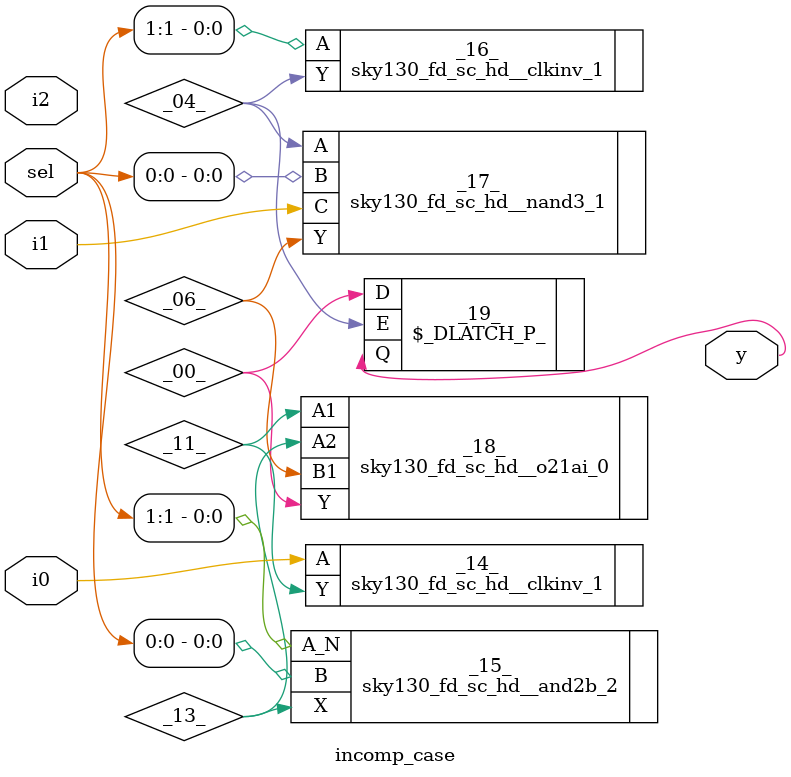
<source format=v>
/* Generated by Yosys 0.7 (git sha1 61f6811, gcc 6.2.0-11ubuntu1 -O2 -fdebug-prefix-map=/build/yosys-OIL3SR/yosys-0.7=. -fstack-protector-strong -fPIC -Os) */

module incomp_case(i0, i1, i2, sel, y);
  wire _00_;
  wire _01_;
  wire _02_;
  wire _03_;
  wire _04_;
  wire _05_;
  wire _06_;
  wire _07_;
  wire _08_;
  wire _09_;
  wire _10_;
  wire _11_;
  wire _12_;
  wire _13_;
  input i0;
  input i1;
  input i2;
  input [1:0] sel;
  output y;
  sky130_fd_sc_hd__clkinv_1 _14_ (
    .A(_08_),
    .Y(_11_)
  );
  sky130_fd_sc_hd__and2b_2 _15_ (
    .A_N(_05_),
    .B(_07_),
    .X(_13_)
  );
  sky130_fd_sc_hd__clkinv_1 _16_ (
    .A(_05_),
    .Y(_12_)
  );
  sky130_fd_sc_hd__nand3_1 _17_ (
    .A(_12_),
    .B(_07_),
    .C(_09_),
    .Y(_06_)
  );
  sky130_fd_sc_hd__o21ai_0 _18_ (
    .A1(_11_),
    .A2(_13_),
    .B1(_06_),
    .Y(_10_)
  );
  \$_DLATCH_P_  _19_ (
    .D(_00_),
    .E(_04_),
    .Q(y)
  );
  assign _05_ = sel[1];
  assign _07_ = sel[0];
  assign _08_ = i0;
  assign _09_ = i1;
  assign _00_ = _10_;
  assign _04_ = _12_;
endmodule

</source>
